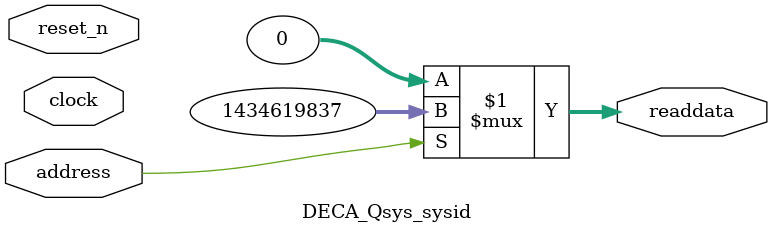
<source format=v>

`timescale 1ns / 1ps
// synthesis translate_on

// turn off superfluous verilog processor warnings 
// altera message_level Level1 
// altera message_off 10034 10035 10036 10037 10230 10240 10030 

module DECA_Qsys_sysid (
               // inputs:
                address,
                clock,
                reset_n,

               // outputs:
                readdata
             )
;

  output  [ 31: 0] readdata;
  input            address;
  input            clock;
  input            reset_n;

  wire    [ 31: 0] readdata;
  //control_slave, which is an e_avalon_slave
  assign readdata = address ? 1434619837 : 0;

endmodule




</source>
